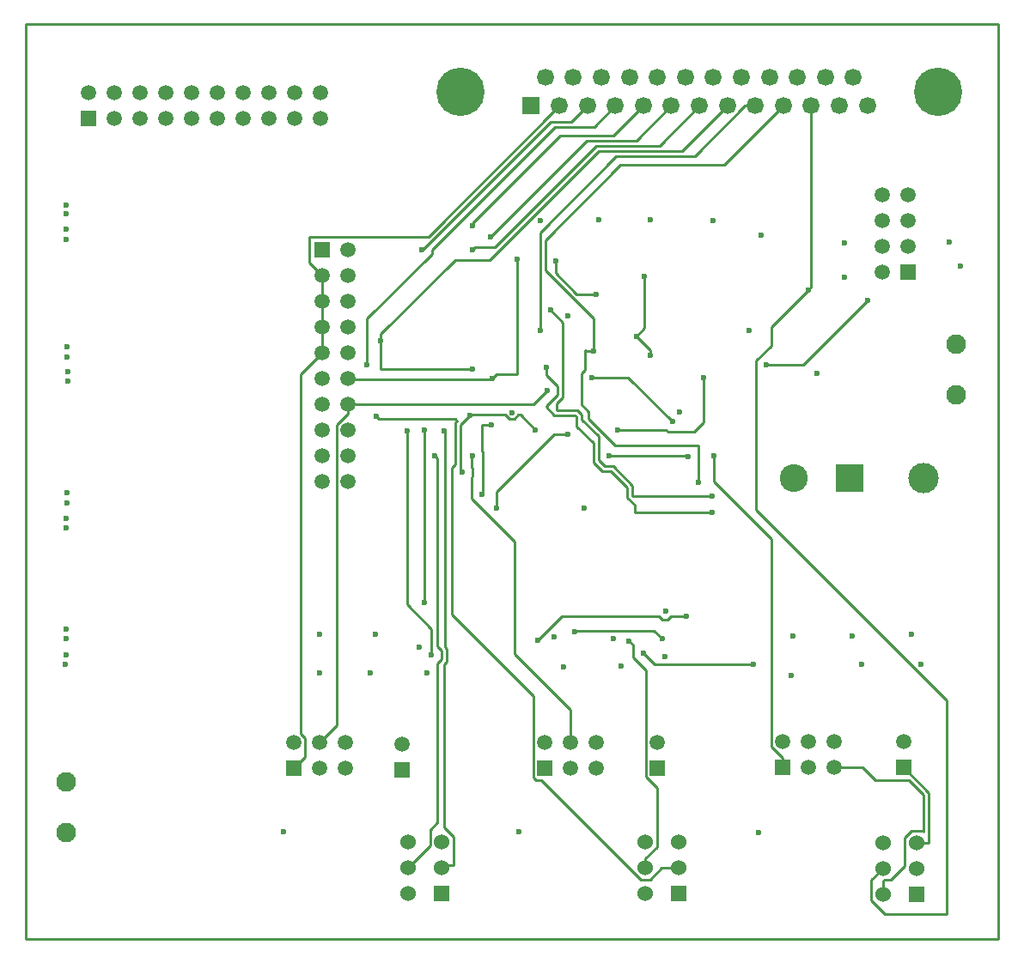
<source format=gbl>
G04*
G04 #@! TF.GenerationSoftware,Altium Limited,Altium Designer,18.1.9 (240)*
G04*
G04 Layer_Physical_Order=4*
G04 Layer_Color=8865052*
%FSLAX44Y44*%
%MOMM*%
G71*
G01*
G75*
%ADD14C,0.2540*%
%ADD41C,3.0000*%
%ADD42C,2.7500*%
%ADD43R,2.7500X2.7500*%
%ADD44C,1.6900*%
%ADD45R,1.6900X1.6900*%
%ADD46C,4.7600*%
%ADD47R,1.5000X1.5000*%
%ADD48C,1.5000*%
%ADD49C,1.5240*%
%ADD50R,1.5240X1.5240*%
%ADD51R,1.5000X1.5000*%
%ADD52C,1.9500*%
%ADD53C,0.6000*%
D14*
X907790Y24750D02*
Y235210D01*
X719840Y423160D02*
X907790Y235210D01*
X719840Y423160D02*
Y570363D01*
X677903Y476227D02*
X677926Y476250D01*
X619760Y270500D02*
X717000D01*
Y270722D01*
X598000Y437000D02*
X677000D01*
X677000Y437000D01*
X676910Y437090D02*
Y437134D01*
X600000Y421000D02*
X676280D01*
X663000Y450282D02*
Y486257D01*
X662940Y450342D02*
X663000Y450282D01*
X652272Y476250D02*
X652522Y476000D01*
X635726Y318000D02*
X651000D01*
Y318006D02*
X651256Y318262D01*
X608584Y281686D02*
X608618Y281652D01*
X504698Y294198D02*
X528500Y318000D01*
X504698Y294076D02*
Y294198D01*
X574701Y476097D02*
X652250D01*
X608618Y281642D02*
X619760Y270500D01*
X581243Y486257D02*
X663000D01*
X555015Y512485D02*
X581243Y486257D01*
X270746Y556639D02*
X292308Y578200D01*
X270746Y202549D02*
X275210Y198085D01*
X270746Y202549D02*
Y556639D01*
X611190Y159522D02*
Y264702D01*
X598458Y277434D02*
X611190Y264702D01*
X632400Y314674D02*
X635726Y318000D01*
X627600Y314674D02*
X632400D01*
X624274Y318000D02*
X627600Y314674D01*
X528500Y318000D02*
X624274D01*
X481444Y512874D02*
X485645Y517075D01*
X472443D02*
X476644Y512874D01*
X438643Y517075D02*
X472443D01*
X485645D02*
X487401D01*
X476644Y512874D02*
X481444D01*
X317708Y527400D02*
X500673D01*
X487401Y517075D02*
X502476Y502000D01*
X345197Y515015D02*
X347728Y512485D01*
X423228D01*
X425048Y510664D01*
X423575Y509191D02*
X425048Y510664D01*
X423575Y467943D02*
Y509191D01*
X419840Y464209D02*
X423575Y467943D01*
X419840Y320077D02*
Y464209D01*
Y320077D02*
X500390Y239527D01*
Y158922D02*
Y239527D01*
Y158922D02*
X502622Y156690D01*
X507886D01*
X428655Y461345D02*
X430000Y460000D01*
X413655Y287898D02*
Y499443D01*
X406069Y288300D02*
Y473866D01*
X428655Y461345D02*
Y507087D01*
X450000Y480968D02*
Y506915D01*
Y480968D02*
X450160Y480808D01*
Y438160D02*
Y480808D01*
X428655Y507087D02*
X437872Y516304D01*
X450000Y438000D02*
X450160Y438160D01*
X439840Y476440D02*
X440000Y476600D01*
X439840Y433792D02*
Y455472D01*
X440160Y455792D01*
Y464209D01*
X439840Y464529D02*
X440160Y464209D01*
X439840Y464529D02*
Y476440D01*
X450000Y506915D02*
X459085D01*
X507886Y156690D02*
X606006Y58570D01*
X615475D01*
X626904Y70000D01*
X643760D01*
X734690Y603290D02*
X771400Y640000D01*
X734690Y585213D02*
Y603290D01*
X719840Y570363D02*
X734690Y585213D01*
X846743Y24750D02*
X907790D01*
X866417Y71743D02*
Y99635D01*
X852744Y58070D02*
X866417Y71743D01*
Y99635D02*
X873112Y106330D01*
X884930Y105984D02*
Y141886D01*
X884585Y106330D02*
X884930Y105984D01*
X873112Y106330D02*
X884585D01*
X890010Y94900D02*
Y143990D01*
X877847Y94900D02*
X890010D01*
X833397Y38096D02*
X846743Y24750D01*
X833397Y38096D02*
Y58070D01*
X844827Y69500D01*
X730000Y566154D02*
X766154D01*
X678000Y451154D02*
X734690Y394464D01*
Y189715D02*
Y394464D01*
X678000Y451154D02*
Y476000D01*
X619132Y304160D02*
X627250Y296042D01*
X540900Y302988D02*
X542072Y304160D01*
X746000Y169000D02*
Y178405D01*
X734690Y189715D02*
X746000Y178405D01*
X413655Y287898D02*
X415240Y286313D01*
X437872Y516304D02*
X438643Y517075D01*
X375900Y329622D02*
Y501075D01*
X392650Y331729D02*
Y502000D01*
X350000Y561580D02*
X440000D01*
X458620Y551420D02*
X460000Y552800D01*
X464000Y556800D01*
X412024Y501075D02*
X413655Y499443D01*
X403495Y476440D02*
X406069Y473866D01*
Y288300D02*
X410160Y284209D01*
Y275792D02*
Y284209D01*
X406069Y271701D02*
X410160Y275792D01*
X406069Y114829D02*
Y271701D01*
X398570Y107330D02*
X406069Y114829D01*
X398570Y92090D02*
Y107330D01*
X376980Y70500D02*
X398570Y92090D01*
X412024Y110041D02*
Y270471D01*
Y110041D02*
X421430Y100634D01*
Y72524D02*
Y100634D01*
X415240Y273688D02*
Y286313D01*
X412024Y270471D02*
X415240Y273688D01*
X400000Y280000D02*
Y305521D01*
X289300Y193400D02*
X306398Y210498D01*
Y506685D01*
X317708Y517995D01*
Y527400D01*
X263900Y168000D02*
X275210Y179310D01*
Y198085D01*
X548068Y512248D02*
Y517120D01*
Y512248D02*
X564632Y495684D01*
X543622Y521565D02*
X548068Y517120D01*
X523002Y521565D02*
X543622D01*
X542988Y505330D02*
Y515015D01*
X541518Y516485D02*
X542988Y515015D01*
X520897Y516485D02*
X541518D01*
X520665Y497376D02*
X534701D01*
X464000Y440710D02*
X520665Y497376D01*
X542988Y505330D02*
X559552Y488766D01*
X555015Y512485D02*
Y519822D01*
X547785Y527052D02*
X555015Y519822D01*
X600000Y421000D02*
Y427816D01*
X592920Y434896D02*
X600000Y427816D01*
X592920Y434896D02*
Y444833D01*
X576896Y460857D02*
X592920Y444833D01*
X568479Y460857D02*
X576896D01*
X559552Y469784D02*
X568479Y460857D01*
X559552Y469784D02*
Y488766D01*
X512884Y524498D02*
X520897Y516485D01*
X547785Y527052D02*
Y557508D01*
X512884Y524498D02*
Y525243D01*
X524033Y536392D01*
Y544808D01*
X513001Y555840D02*
X524033Y544808D01*
X513001Y555840D02*
Y563896D01*
X517249Y620000D02*
X529113Y608136D01*
Y534287D02*
Y608136D01*
X523002Y528176D02*
X529113Y534287D01*
X523002Y521565D02*
Y528176D01*
X507015Y600180D02*
Y697015D01*
Y600180D02*
X507195Y600000D01*
X507015Y697015D02*
X582080Y772080D01*
X500673Y527400D02*
X513873Y540600D01*
X598000Y437000D02*
Y446937D01*
X579000Y465937D02*
X598000Y446937D01*
X570584Y465937D02*
X579000D01*
X564632Y471889D02*
X570584Y465937D01*
X564632Y471889D02*
Y495684D01*
X547785Y557508D02*
X551196Y560920D01*
Y580804D01*
X557945Y553300D02*
X593950D01*
X637250Y510000D01*
X658645Y499840D02*
X668124Y509319D01*
X633042Y499840D02*
X658645D01*
X630882Y502000D02*
X633042Y499840D01*
X583500Y502000D02*
X630882D01*
X522255Y656484D02*
Y668490D01*
X512095Y659460D02*
Y689260D01*
X522255Y656484D02*
X543061Y635678D01*
X512095Y659460D02*
X560000Y611555D01*
X512095Y689260D02*
X586212Y763378D01*
X602025Y594368D02*
X610000Y602343D01*
Y653250D01*
X458505Y692500D02*
X553325Y787320D01*
X615600Y575792D02*
Y580793D01*
X602025Y594368D02*
X615600Y580793D01*
X594750Y294000D02*
X598458Y290292D01*
X542072Y304160D02*
X619132D01*
X598458Y277434D02*
Y290292D01*
X611190Y159522D02*
X622170Y148542D01*
Y90666D02*
Y148542D01*
X610740Y79236D02*
X622170Y90666D01*
X610740Y70000D02*
Y79236D01*
X439840Y433792D02*
X481961Y391671D01*
Y281234D02*
Y391671D01*
Y281234D02*
X537100Y226095D01*
Y193400D02*
Y226095D01*
X375900Y329622D02*
X400000Y305521D01*
X319087Y551420D02*
X458620D01*
X317708Y552800D02*
X319087Y551420D01*
X464000Y424472D02*
Y440710D01*
X410000Y70500D02*
X412024Y72524D01*
X421430D01*
X668124Y509319D02*
Y553300D01*
X350000Y561580D02*
Y590000D01*
X336307Y611739D02*
X400160Y675592D01*
X336307Y566000D02*
Y611739D01*
X350000Y596507D02*
X423133Y669640D01*
X400160Y679538D02*
X521343Y800720D01*
X400160Y675592D02*
Y679538D01*
X543061Y635678D02*
X562613D01*
X464000Y556800D02*
X484000D01*
Y670000D01*
X440000Y679800D02*
X442540Y682340D01*
X396765Y692500D02*
X525865Y821600D01*
X279608Y692500D02*
X396765D01*
X390000Y679800D02*
X391249D01*
X423133Y669640D02*
X457197D01*
X564717Y777160D01*
X350000Y590000D02*
Y596507D01*
X560000Y580000D02*
Y611555D01*
X688522Y763378D02*
X746745Y821600D01*
X586212Y763378D02*
X688522D01*
X582080Y772080D02*
X659343D01*
X564717Y777160D02*
X647085D01*
X562613Y782240D02*
X624555D01*
X553325Y787320D02*
X602025D01*
X579495Y792400D02*
X608695Y821600D01*
X526400Y792400D02*
X579495D01*
X462713Y682340D02*
X562613Y782240D01*
X440000Y706000D02*
X526400Y792400D01*
X552000Y580000D02*
X560000D01*
X551196Y580804D02*
X552000Y580000D01*
X659343Y772080D02*
X708863Y821600D01*
X719135D01*
X647085Y777160D02*
X691525Y821600D01*
X624555Y782240D02*
X663915Y821600D01*
X442540Y682340D02*
X462713D01*
X602025Y787320D02*
X636305Y821600D01*
X440000Y703000D02*
Y706000D01*
X391249Y679800D02*
X517249Y805800D01*
X766154Y566154D02*
X830000Y630000D01*
X771400Y640000D02*
X774355Y642955D01*
Y821600D01*
X521343Y800720D02*
X560205D01*
X581085Y821600D01*
X517249Y805800D02*
X537675D01*
X553475Y821600D01*
X292308Y578200D02*
Y603600D01*
Y629000D01*
Y654400D01*
X279608Y667100D02*
X292308Y654400D01*
X279608Y667100D02*
Y692500D01*
X844827Y44100D02*
Y56672D01*
X846225Y58070D01*
X852744D01*
X870516Y156300D02*
X884930Y141886D01*
X837600Y156300D02*
X870516D01*
X824900Y169000D02*
X837600Y156300D01*
X796800Y169000D02*
X824900D01*
X865000D02*
X890010Y143990D01*
X0Y0D02*
Y902292D01*
X958596D01*
X958596Y0D01*
X0D02*
X958596D01*
D41*
X884778Y454502D02*
D03*
D42*
X756778D02*
D03*
D43*
X811778D02*
D03*
D44*
X829575Y821600D02*
D03*
X815770Y850000D02*
D03*
X801965Y821600D02*
D03*
X788160Y850000D02*
D03*
X774355Y821600D02*
D03*
X760550Y850000D02*
D03*
X746745Y821600D02*
D03*
X732940Y850000D02*
D03*
X719135Y821600D02*
D03*
X705330Y850000D02*
D03*
X691525Y821600D02*
D03*
X677720Y850000D02*
D03*
X663915Y821600D02*
D03*
X650110Y850000D02*
D03*
X636305Y821600D02*
D03*
X622500Y850000D02*
D03*
X608695Y821600D02*
D03*
X594890Y850000D02*
D03*
X581085Y821600D02*
D03*
X567280Y850000D02*
D03*
X553475Y821600D02*
D03*
X539670Y850000D02*
D03*
X525865Y821600D02*
D03*
X512060Y850000D02*
D03*
D45*
X498255Y821600D02*
D03*
D46*
X428655Y835800D02*
D03*
X899175D02*
D03*
D47*
X292308Y679800D02*
D03*
X371300Y166250D02*
D03*
X622500Y168600D02*
D03*
X869400Y657400D02*
D03*
X865000Y169000D02*
D03*
D48*
X292308Y654400D02*
D03*
Y629000D02*
D03*
Y603600D02*
D03*
Y578200D02*
D03*
Y552800D02*
D03*
Y527400D02*
D03*
Y502000D02*
D03*
Y476600D02*
D03*
Y451200D02*
D03*
X317708Y679800D02*
D03*
Y654400D02*
D03*
Y629000D02*
D03*
Y603600D02*
D03*
Y578200D02*
D03*
Y552800D02*
D03*
Y527400D02*
D03*
Y502000D02*
D03*
Y476600D02*
D03*
Y451200D02*
D03*
X371300Y191650D02*
D03*
X796800Y194400D02*
D03*
Y169000D02*
D03*
X771400Y194400D02*
D03*
Y169000D02*
D03*
X746000Y194400D02*
D03*
X290800Y835000D02*
D03*
X265400D02*
D03*
X240000D02*
D03*
X214600D02*
D03*
X189200D02*
D03*
X163800D02*
D03*
X138400D02*
D03*
X113000D02*
D03*
X87600D02*
D03*
X62200D02*
D03*
X290800Y809600D02*
D03*
X265400D02*
D03*
X240000D02*
D03*
X214600D02*
D03*
X189200D02*
D03*
X163800D02*
D03*
X138400D02*
D03*
X113000D02*
D03*
X87600D02*
D03*
X263900Y193400D02*
D03*
X289300Y168000D02*
D03*
Y193400D02*
D03*
X314700Y168000D02*
D03*
Y193400D02*
D03*
X511700D02*
D03*
X537100Y168000D02*
D03*
Y193400D02*
D03*
X562500Y168000D02*
D03*
Y193400D02*
D03*
X622500Y194000D02*
D03*
X869400Y682800D02*
D03*
Y708200D02*
D03*
Y733600D02*
D03*
X844000Y657400D02*
D03*
Y682800D02*
D03*
Y708200D02*
D03*
Y733600D02*
D03*
X865000Y194400D02*
D03*
D49*
X610740Y95400D02*
D03*
Y70000D02*
D03*
Y44600D02*
D03*
X643760Y95400D02*
D03*
Y70000D02*
D03*
X376980Y95900D02*
D03*
Y70500D02*
D03*
Y45100D02*
D03*
X410000Y95900D02*
D03*
Y70500D02*
D03*
X877847Y69500D02*
D03*
Y94900D02*
D03*
X844827Y44100D02*
D03*
Y69500D02*
D03*
Y94900D02*
D03*
D50*
X643760Y44600D02*
D03*
X410000Y45100D02*
D03*
X877847Y44100D02*
D03*
D51*
X746000Y169000D02*
D03*
X62200Y809600D02*
D03*
X263900Y168000D02*
D03*
X511700D02*
D03*
D52*
X40000Y105000D02*
D03*
Y155000D02*
D03*
X917250Y586580D02*
D03*
Y536580D02*
D03*
D53*
X677903Y476227D02*
D03*
X717000Y270722D02*
D03*
X676910Y437090D02*
D03*
X676280Y421000D02*
D03*
X663000Y450282D02*
D03*
X652522Y476000D02*
D03*
X651000Y318006D02*
D03*
X608618Y281652D02*
D03*
X574701Y476097D02*
D03*
X504698Y294076D02*
D03*
X921258Y663194D02*
D03*
X630682Y322834D02*
D03*
X712978Y599948D02*
D03*
X289806Y262382D02*
D03*
X550695Y425173D02*
D03*
X630000Y278718D02*
D03*
X586876Y268868D02*
D03*
X530068Y268000D02*
D03*
X388150Y287998D02*
D03*
X344678Y300000D02*
D03*
X289806Y300000D02*
D03*
X395096Y262000D02*
D03*
X339980Y262000D02*
D03*
X254197Y105353D02*
D03*
X486300Y105554D02*
D03*
X722044Y105145D02*
D03*
X882378Y271000D02*
D03*
X823732Y270500D02*
D03*
X754126Y260096D02*
D03*
X872980Y299992D02*
D03*
X814832Y298958D02*
D03*
X756000Y298862D02*
D03*
X579000Y296418D02*
D03*
X520500Y297996D02*
D03*
X534701Y614203D02*
D03*
X506890Y708500D02*
D03*
X564455Y709195D02*
D03*
X615774Y709500D02*
D03*
X677258Y708500D02*
D03*
X724992Y694004D02*
D03*
X910000Y687242D02*
D03*
X806632Y686562D02*
D03*
Y652454D02*
D03*
X643994Y519280D02*
D03*
X780034Y557508D02*
D03*
X479044Y518668D02*
D03*
X40132Y405384D02*
D03*
Y414274D02*
D03*
X40894Y430022D02*
D03*
Y439674D02*
D03*
X41910Y550533D02*
D03*
Y559054D02*
D03*
X40132Y689864D02*
D03*
Y700278D02*
D03*
X40894Y574040D02*
D03*
Y583692D02*
D03*
X39624Y715264D02*
D03*
Y723900D02*
D03*
X39370Y270500D02*
D03*
X39624Y279908D02*
D03*
X39878Y296042D02*
D03*
Y305500D02*
D03*
X345197Y515015D02*
D03*
X430000Y460000D02*
D03*
X440000Y476600D02*
D03*
X730000Y566154D02*
D03*
X627250Y296042D02*
D03*
X540900Y302988D02*
D03*
X437872Y516304D02*
D03*
X375900Y501075D02*
D03*
X392650Y502000D02*
D03*
X440000Y561580D02*
D03*
X460000Y552800D02*
D03*
X459085Y506915D02*
D03*
X412024Y501075D02*
D03*
X403495Y476440D02*
D03*
X400000Y280000D02*
D03*
X534701Y497376D02*
D03*
X513001Y563896D02*
D03*
X513873Y540600D02*
D03*
X517249Y620000D02*
D03*
X557945Y553300D02*
D03*
X637250Y510000D02*
D03*
X583500Y502000D02*
D03*
X522255Y668490D02*
D03*
X610000Y653250D02*
D03*
X458505Y692500D02*
D03*
X615600Y575792D02*
D03*
X602025Y594368D02*
D03*
X594750Y294000D02*
D03*
X392650Y331729D02*
D03*
X464000Y424472D02*
D03*
X450000Y438000D02*
D03*
X502476Y502000D02*
D03*
X668124Y553300D02*
D03*
X336307Y566000D02*
D03*
X562613Y635678D02*
D03*
X484000Y670000D02*
D03*
X440000Y679800D02*
D03*
X390000D02*
D03*
X350000Y590000D02*
D03*
X507195Y600000D02*
D03*
X560000Y580000D02*
D03*
X440000Y703000D02*
D03*
X830000Y630000D02*
D03*
X771400Y640000D02*
D03*
M02*

</source>
